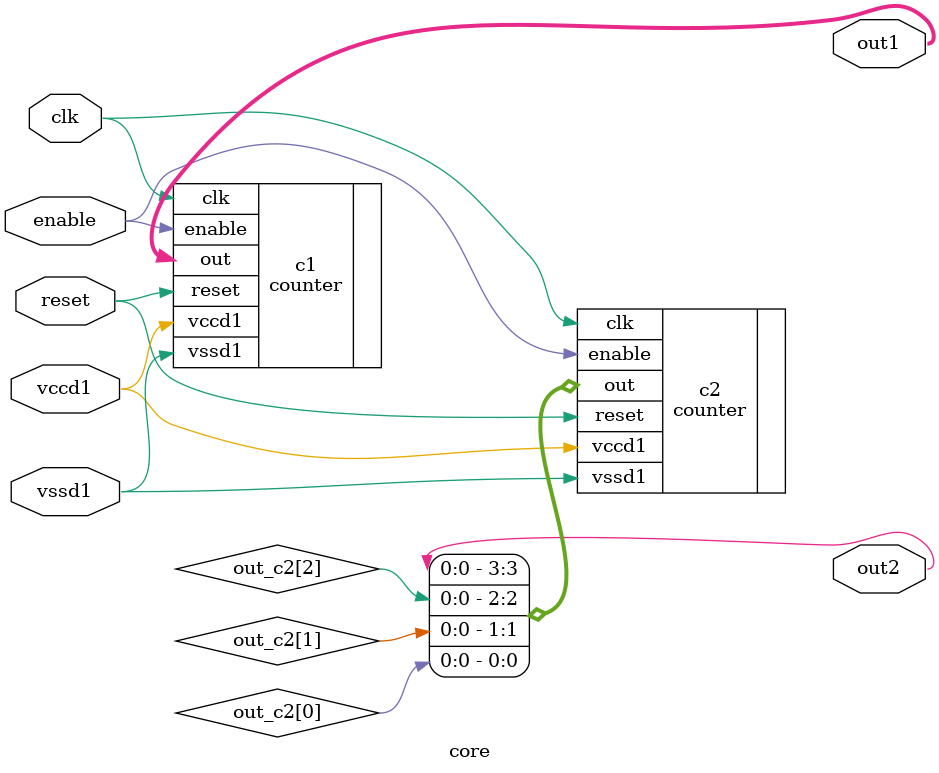
<source format=v>
module core (clk,
    enable,
    out2,
    reset,
    vccd1,
    vssd1,
    out1);
 input clk;
 input enable;
 output out2;
 input reset;
 input vccd1;
 input vssd1;
 output [3:0] out1;

 wire \out_c2[0] ;
 wire \out_c2[1] ;
 wire \out_c2[2] ;

 counter c1 (.clk(clk),
    .enable(enable),
    .reset(reset),
    .vccd1(vccd1),
    .vssd1(vssd1),
    .out({out1[3],
    out1[2],
    out1[1],
    out1[0]}));
 counter c2 (.clk(clk),
    .enable(enable),
    .reset(reset),
    .vccd1(vccd1),
    .vssd1(vssd1),
    .out({out2,
    \out_c2[2] ,
    \out_c2[1] ,
    \out_c2[0] }));
endmodule

</source>
